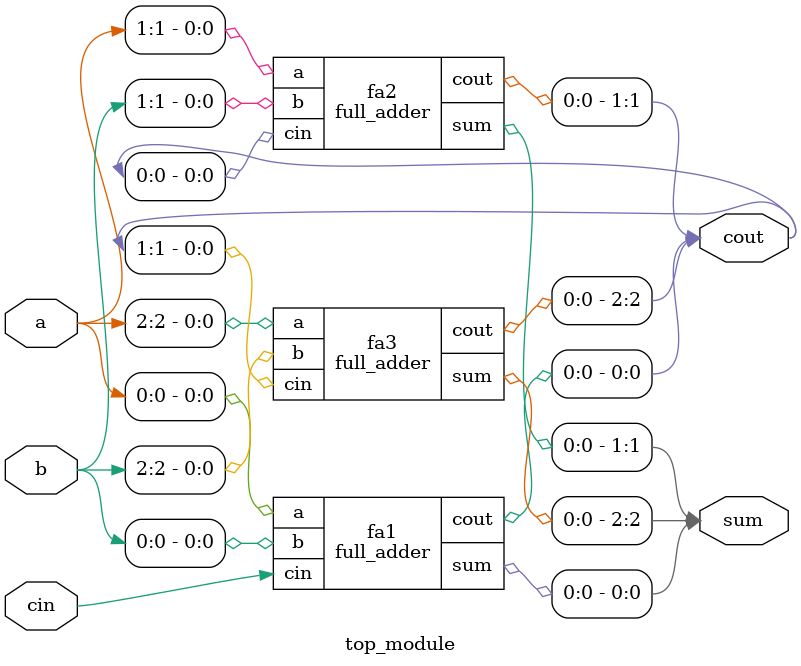
<source format=v>

module full_adder(input a, b, cin,
                  output cout, sum);

    wire w = a^b;
	
    assign sum  = w ^ cin;
	assign cout = (w & cin) | (a & b);
	
endmodule

module top_module( 
    input [2:0] a, b,
    input cin,
    output [2:0] cout,
    output [2:0] sum );

    full_adder fa1 (a[0], b[0], cin, cout[0], sum[0]);
    full_adder fa2 (a[1], b[1], cout[0], cout[1], sum[1]);
    full_adder fa3 (a[2], b[2], cout[1], cout[2], sum[2]);
endmodule
</source>
